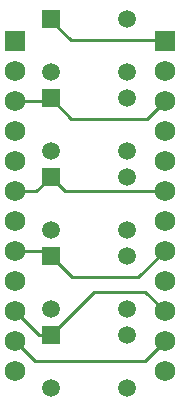
<source format=gtl>
%FSLAX33Y33*%
%MOMM*%
%ADD10C,0.25*%
%ADD11R,1.5X1.5*%
%ADD12C,1.5*%
%ADD13R,1.75X1.75*%
%ADD14C,1.75*%
D10*
%LNtop copper_traces*%
G01*
X5400Y3650D02*
X14700Y3650D01*
X8561Y10750D02*
X14180Y10750D01*
X3700Y25670D02*
X6484Y25670D01*
X7950Y18050D02*
X16400Y18050D01*
X6750Y25936D02*
X8486Y24200D01*
X14930Y24200*
X3700Y7890D02*
X5740Y5850D01*
X6750Y19250D02*
X7950Y18050D01*
X3700Y18050D02*
X5550Y18050D01*
X14180Y10750D02*
X16400Y12970D01*
X6750Y5850D02*
X10425Y9525D01*
X16400Y5350D02*
X14700Y3650D01*
X6750Y12561D02*
X8561Y10750D01*
X5550Y18050D02*
X6750Y19250D01*
X3700Y12970D02*
X6330Y12970D01*
X5400Y3650D02*
X3700Y5350D01*
X6484Y25670D02*
X6750Y25936D01*
X5740Y5850D02*
X6750Y5850D01*
X10425Y9525D02*
X14765Y9525D01*
X6330Y12970D02*
X6750Y12550D01*
X14930Y24200D02*
X16400Y25670D01*
X14765Y9525D02*
X16400Y7890D01*
X6650Y32660D02*
X8460Y30850D01*
X16300Y30850*
%LNtop copper component b5b981657f2f8731*%
D11*
X6750Y12550D03*
D12*
X6750Y8050D03*
X13250Y8050D03*
X13250Y12550D03*
%LNtop copper component fb49618feed99df2*%
D11*
X6750Y32660D03*
D12*
X6750Y28160D03*
X13250Y28160D03*
X13250Y32660D03*
%LNtop copper component 71733dfa736b678a*%
D11*
X6750Y5850D03*
D12*
X6750Y1350D03*
X13250Y1350D03*
X13250Y5850D03*
%LNtop copper component 144fe9a21d20c8f6*%
D11*
X6750Y19250D03*
D12*
X6750Y14750D03*
X13250Y14750D03*
X13250Y19250D03*
%LNtop copper component 37417e4259248a20*%
D13*
X16400Y30750D03*
D14*
X16400Y28210D03*
X16400Y25670D03*
X16400Y23130D03*
X16400Y20590D03*
X16400Y18050D03*
X16400Y15510D03*
X16400Y12970D03*
X16400Y10430D03*
X16400Y7890D03*
X16400Y5350D03*
X16400Y2810D03*
%LNtop copper component e1d5e43d5734db6b*%
D13*
X3700Y30750D03*
D14*
X3700Y28210D03*
X3700Y25670D03*
X3700Y23130D03*
X3700Y20590D03*
X3700Y18050D03*
X3700Y15510D03*
X3700Y12970D03*
X3700Y10430D03*
X3700Y7890D03*
X3700Y5350D03*
X3700Y2810D03*
%LNtop copper component 6d5c9a98175d7d20*%
D11*
X6750Y25950D03*
D12*
X6750Y21450D03*
X13250Y21450D03*
X13250Y25950D03*
M02*
</source>
